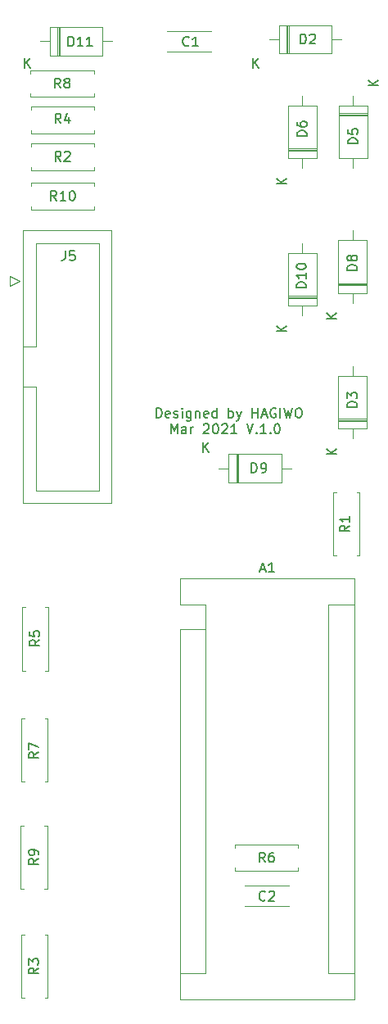
<source format=gbr>
%TF.GenerationSoftware,KiCad,Pcbnew,(5.1.6)-1*%
%TF.CreationDate,2021-03-18T12:54:03+09:00*%
%TF.ProjectId,MultiClockDiv,4d756c74-6943-46c6-9f63-6b4469762e6b,rev?*%
%TF.SameCoordinates,Original*%
%TF.FileFunction,Legend,Top*%
%TF.FilePolarity,Positive*%
%FSLAX46Y46*%
G04 Gerber Fmt 4.6, Leading zero omitted, Abs format (unit mm)*
G04 Created by KiCad (PCBNEW (5.1.6)-1) date 2021-03-18 12:54:03*
%MOMM*%
%LPD*%
G01*
G04 APERTURE LIST*
%ADD10C,0.150000*%
%ADD11C,0.120000*%
G04 APERTURE END LIST*
D10*
X177317812Y-89326400D02*
X177317812Y-88326400D01*
X177555907Y-88326400D01*
X177698764Y-88374020D01*
X177794002Y-88469258D01*
X177841621Y-88564496D01*
X177889240Y-88754972D01*
X177889240Y-88897829D01*
X177841621Y-89088305D01*
X177794002Y-89183543D01*
X177698764Y-89278781D01*
X177555907Y-89326400D01*
X177317812Y-89326400D01*
X178698764Y-89278781D02*
X178603526Y-89326400D01*
X178413050Y-89326400D01*
X178317812Y-89278781D01*
X178270193Y-89183543D01*
X178270193Y-88802591D01*
X178317812Y-88707353D01*
X178413050Y-88659734D01*
X178603526Y-88659734D01*
X178698764Y-88707353D01*
X178746383Y-88802591D01*
X178746383Y-88897829D01*
X178270193Y-88993067D01*
X179127336Y-89278781D02*
X179222574Y-89326400D01*
X179413050Y-89326400D01*
X179508288Y-89278781D01*
X179555907Y-89183543D01*
X179555907Y-89135924D01*
X179508288Y-89040686D01*
X179413050Y-88993067D01*
X179270193Y-88993067D01*
X179174955Y-88945448D01*
X179127336Y-88850210D01*
X179127336Y-88802591D01*
X179174955Y-88707353D01*
X179270193Y-88659734D01*
X179413050Y-88659734D01*
X179508288Y-88707353D01*
X179984479Y-89326400D02*
X179984479Y-88659734D01*
X179984479Y-88326400D02*
X179936860Y-88374020D01*
X179984479Y-88421639D01*
X180032098Y-88374020D01*
X179984479Y-88326400D01*
X179984479Y-88421639D01*
X180889240Y-88659734D02*
X180889240Y-89469258D01*
X180841621Y-89564496D01*
X180794002Y-89612115D01*
X180698764Y-89659734D01*
X180555907Y-89659734D01*
X180460669Y-89612115D01*
X180889240Y-89278781D02*
X180794002Y-89326400D01*
X180603526Y-89326400D01*
X180508288Y-89278781D01*
X180460669Y-89231162D01*
X180413050Y-89135924D01*
X180413050Y-88850210D01*
X180460669Y-88754972D01*
X180508288Y-88707353D01*
X180603526Y-88659734D01*
X180794002Y-88659734D01*
X180889240Y-88707353D01*
X181365431Y-88659734D02*
X181365431Y-89326400D01*
X181365431Y-88754972D02*
X181413050Y-88707353D01*
X181508288Y-88659734D01*
X181651145Y-88659734D01*
X181746383Y-88707353D01*
X181794002Y-88802591D01*
X181794002Y-89326400D01*
X182651145Y-89278781D02*
X182555907Y-89326400D01*
X182365431Y-89326400D01*
X182270193Y-89278781D01*
X182222574Y-89183543D01*
X182222574Y-88802591D01*
X182270193Y-88707353D01*
X182365431Y-88659734D01*
X182555907Y-88659734D01*
X182651145Y-88707353D01*
X182698764Y-88802591D01*
X182698764Y-88897829D01*
X182222574Y-88993067D01*
X183555907Y-89326400D02*
X183555907Y-88326400D01*
X183555907Y-89278781D02*
X183460669Y-89326400D01*
X183270193Y-89326400D01*
X183174955Y-89278781D01*
X183127336Y-89231162D01*
X183079717Y-89135924D01*
X183079717Y-88850210D01*
X183127336Y-88754972D01*
X183174955Y-88707353D01*
X183270193Y-88659734D01*
X183460669Y-88659734D01*
X183555907Y-88707353D01*
X184794002Y-89326400D02*
X184794002Y-88326400D01*
X184794002Y-88707353D02*
X184889240Y-88659734D01*
X185079717Y-88659734D01*
X185174955Y-88707353D01*
X185222574Y-88754972D01*
X185270193Y-88850210D01*
X185270193Y-89135924D01*
X185222574Y-89231162D01*
X185174955Y-89278781D01*
X185079717Y-89326400D01*
X184889240Y-89326400D01*
X184794002Y-89278781D01*
X185603526Y-88659734D02*
X185841621Y-89326400D01*
X186079717Y-88659734D02*
X185841621Y-89326400D01*
X185746383Y-89564496D01*
X185698764Y-89612115D01*
X185603526Y-89659734D01*
X187222574Y-89326400D02*
X187222574Y-88326400D01*
X187222574Y-88802591D02*
X187794002Y-88802591D01*
X187794002Y-89326400D02*
X187794002Y-88326400D01*
X188222574Y-89040686D02*
X188698764Y-89040686D01*
X188127336Y-89326400D02*
X188460669Y-88326400D01*
X188794002Y-89326400D01*
X189651145Y-88374020D02*
X189555907Y-88326400D01*
X189413050Y-88326400D01*
X189270193Y-88374020D01*
X189174955Y-88469258D01*
X189127336Y-88564496D01*
X189079717Y-88754972D01*
X189079717Y-88897829D01*
X189127336Y-89088305D01*
X189174955Y-89183543D01*
X189270193Y-89278781D01*
X189413050Y-89326400D01*
X189508288Y-89326400D01*
X189651145Y-89278781D01*
X189698764Y-89231162D01*
X189698764Y-88897829D01*
X189508288Y-88897829D01*
X190127336Y-89326400D02*
X190127336Y-88326400D01*
X190508288Y-88326400D02*
X190746383Y-89326400D01*
X190936860Y-88612115D01*
X191127336Y-89326400D01*
X191365431Y-88326400D01*
X191936860Y-88326400D02*
X192127336Y-88326400D01*
X192222574Y-88374020D01*
X192317812Y-88469258D01*
X192365431Y-88659734D01*
X192365431Y-88993067D01*
X192317812Y-89183543D01*
X192222574Y-89278781D01*
X192127336Y-89326400D01*
X191936860Y-89326400D01*
X191841621Y-89278781D01*
X191746383Y-89183543D01*
X191698764Y-88993067D01*
X191698764Y-88659734D01*
X191746383Y-88469258D01*
X191841621Y-88374020D01*
X191936860Y-88326400D01*
X178817812Y-90976400D02*
X178817812Y-89976400D01*
X179151145Y-90690686D01*
X179484479Y-89976400D01*
X179484479Y-90976400D01*
X180389240Y-90976400D02*
X180389240Y-90452591D01*
X180341621Y-90357353D01*
X180246383Y-90309734D01*
X180055907Y-90309734D01*
X179960669Y-90357353D01*
X180389240Y-90928781D02*
X180294002Y-90976400D01*
X180055907Y-90976400D01*
X179960669Y-90928781D01*
X179913050Y-90833543D01*
X179913050Y-90738305D01*
X179960669Y-90643067D01*
X180055907Y-90595448D01*
X180294002Y-90595448D01*
X180389240Y-90547829D01*
X180865431Y-90976400D02*
X180865431Y-90309734D01*
X180865431Y-90500210D02*
X180913050Y-90404972D01*
X180960669Y-90357353D01*
X181055907Y-90309734D01*
X181151145Y-90309734D01*
X182198764Y-90071639D02*
X182246383Y-90024020D01*
X182341621Y-89976400D01*
X182579717Y-89976400D01*
X182674955Y-90024020D01*
X182722574Y-90071639D01*
X182770193Y-90166877D01*
X182770193Y-90262115D01*
X182722574Y-90404972D01*
X182151145Y-90976400D01*
X182770193Y-90976400D01*
X183389240Y-89976400D02*
X183484479Y-89976400D01*
X183579717Y-90024020D01*
X183627336Y-90071639D01*
X183674955Y-90166877D01*
X183722574Y-90357353D01*
X183722574Y-90595448D01*
X183674955Y-90785924D01*
X183627336Y-90881162D01*
X183579717Y-90928781D01*
X183484479Y-90976400D01*
X183389240Y-90976400D01*
X183294002Y-90928781D01*
X183246383Y-90881162D01*
X183198764Y-90785924D01*
X183151145Y-90595448D01*
X183151145Y-90357353D01*
X183198764Y-90166877D01*
X183246383Y-90071639D01*
X183294002Y-90024020D01*
X183389240Y-89976400D01*
X184103526Y-90071639D02*
X184151145Y-90024020D01*
X184246383Y-89976400D01*
X184484479Y-89976400D01*
X184579717Y-90024020D01*
X184627336Y-90071639D01*
X184674955Y-90166877D01*
X184674955Y-90262115D01*
X184627336Y-90404972D01*
X184055907Y-90976400D01*
X184674955Y-90976400D01*
X185627336Y-90976400D02*
X185055907Y-90976400D01*
X185341621Y-90976400D02*
X185341621Y-89976400D01*
X185246383Y-90119258D01*
X185151145Y-90214496D01*
X185055907Y-90262115D01*
X186674955Y-89976400D02*
X187008288Y-90976400D01*
X187341621Y-89976400D01*
X187674955Y-90881162D02*
X187722574Y-90928781D01*
X187674955Y-90976400D01*
X187627336Y-90928781D01*
X187674955Y-90881162D01*
X187674955Y-90976400D01*
X188674955Y-90976400D02*
X188103526Y-90976400D01*
X188389240Y-90976400D02*
X188389240Y-89976400D01*
X188294002Y-90119258D01*
X188198764Y-90214496D01*
X188103526Y-90262115D01*
X189103526Y-90881162D02*
X189151145Y-90928781D01*
X189103526Y-90976400D01*
X189055907Y-90928781D01*
X189103526Y-90881162D01*
X189103526Y-90976400D01*
X189770193Y-89976400D02*
X189865431Y-89976400D01*
X189960669Y-90024020D01*
X190008288Y-90071639D01*
X190055907Y-90166877D01*
X190103526Y-90357353D01*
X190103526Y-90595448D01*
X190055907Y-90785924D01*
X190008288Y-90881162D01*
X189960669Y-90928781D01*
X189865431Y-90976400D01*
X189770193Y-90976400D01*
X189674955Y-90928781D01*
X189627336Y-90881162D01*
X189579717Y-90785924D01*
X189532098Y-90595448D01*
X189532098Y-90357353D01*
X189579717Y-90166877D01*
X189627336Y-90071639D01*
X189674955Y-90024020D01*
X189770193Y-89976400D01*
D11*
%TO.C,D3*%
X196142000Y-89697000D02*
X199082000Y-89697000D01*
X196142000Y-89457000D02*
X199082000Y-89457000D01*
X196142000Y-89577000D02*
X199082000Y-89577000D01*
X197612000Y-84017000D02*
X197612000Y-85037000D01*
X197612000Y-91497000D02*
X197612000Y-90477000D01*
X196142000Y-85037000D02*
X196142000Y-90477000D01*
X199082000Y-85037000D02*
X196142000Y-85037000D01*
X199082000Y-90477000D02*
X199082000Y-85037000D01*
X196142000Y-90477000D02*
X199082000Y-90477000D01*
%TO.C,A1*%
X197806000Y-105978000D02*
X179766000Y-105978000D01*
X197806000Y-149418000D02*
X197806000Y-105978000D01*
X179766000Y-149418000D02*
X197806000Y-149418000D01*
X182436000Y-146748000D02*
X179766000Y-146748000D01*
X182436000Y-111188000D02*
X182436000Y-146748000D01*
X182436000Y-111188000D02*
X179766000Y-111188000D01*
X195136000Y-146748000D02*
X197806000Y-146748000D01*
X195136000Y-108648000D02*
X195136000Y-146748000D01*
X195136000Y-108648000D02*
X197806000Y-108648000D01*
X179766000Y-105978000D02*
X179766000Y-108648000D01*
X179766000Y-111188000D02*
X179766000Y-149418000D01*
X182436000Y-108648000D02*
X179766000Y-108648000D01*
X182436000Y-111188000D02*
X182436000Y-108648000D01*
%TO.C,D5*%
X199146000Y-57877000D02*
X196206000Y-57877000D01*
X199146000Y-58117000D02*
X196206000Y-58117000D01*
X199146000Y-57997000D02*
X196206000Y-57997000D01*
X197676000Y-63557000D02*
X197676000Y-62537000D01*
X197676000Y-56077000D02*
X197676000Y-57097000D01*
X199146000Y-62537000D02*
X199146000Y-57097000D01*
X196206000Y-62537000D02*
X199146000Y-62537000D01*
X196206000Y-57097000D02*
X196206000Y-62537000D01*
X199146000Y-57097000D02*
X196206000Y-57097000D01*
%TO.C,D2*%
X190782000Y-48758500D02*
X190782000Y-51698500D01*
X191022000Y-48758500D02*
X191022000Y-51698500D01*
X190902000Y-48758500D02*
X190902000Y-51698500D01*
X196462000Y-50228500D02*
X195442000Y-50228500D01*
X188982000Y-50228500D02*
X190002000Y-50228500D01*
X195442000Y-48758500D02*
X190002000Y-48758500D01*
X195442000Y-51698500D02*
X195442000Y-48758500D01*
X190002000Y-51698500D02*
X195442000Y-51698500D01*
X190002000Y-48758500D02*
X190002000Y-51698500D01*
%TO.C,R10*%
X170900000Y-67820000D02*
X170900000Y-67490000D01*
X164360000Y-67820000D02*
X170900000Y-67820000D01*
X164360000Y-67490000D02*
X164360000Y-67820000D01*
X170900000Y-65080000D02*
X170900000Y-65410000D01*
X164360000Y-65080000D02*
X170900000Y-65080000D01*
X164360000Y-65410000D02*
X164360000Y-65080000D01*
%TO.C,R9*%
X163286000Y-138017000D02*
X163616000Y-138017000D01*
X163286000Y-131477000D02*
X163286000Y-138017000D01*
X163616000Y-131477000D02*
X163286000Y-131477000D01*
X166026000Y-138017000D02*
X165696000Y-138017000D01*
X166026000Y-131477000D02*
X166026000Y-138017000D01*
X165696000Y-131477000D02*
X166026000Y-131477000D01*
%TO.C,R8*%
X164306000Y-53430500D02*
X164306000Y-53760500D01*
X170846000Y-53430500D02*
X164306000Y-53430500D01*
X170846000Y-53760500D02*
X170846000Y-53430500D01*
X164306000Y-56170500D02*
X164306000Y-55840500D01*
X170846000Y-56170500D02*
X164306000Y-56170500D01*
X170846000Y-55840500D02*
X170846000Y-56170500D01*
%TO.C,R7*%
X166089000Y-120428000D02*
X165759000Y-120428000D01*
X166089000Y-126968000D02*
X166089000Y-120428000D01*
X165759000Y-126968000D02*
X166089000Y-126968000D01*
X163349000Y-120428000D02*
X163679000Y-120428000D01*
X163349000Y-126968000D02*
X163349000Y-120428000D01*
X163679000Y-126968000D02*
X163349000Y-126968000D01*
%TO.C,R6*%
X191992000Y-136180000D02*
X191992000Y-135850000D01*
X185452000Y-136180000D02*
X191992000Y-136180000D01*
X185452000Y-135850000D02*
X185452000Y-136180000D01*
X191992000Y-133440000D02*
X191992000Y-133770000D01*
X185452000Y-133440000D02*
X191992000Y-133440000D01*
X185452000Y-133770000D02*
X185452000Y-133440000D01*
%TO.C,R5*%
X163412000Y-115474000D02*
X163742000Y-115474000D01*
X163412000Y-108934000D02*
X163412000Y-115474000D01*
X163742000Y-108934000D02*
X163412000Y-108934000D01*
X166152000Y-115474000D02*
X165822000Y-115474000D01*
X166152000Y-108934000D02*
X166152000Y-115474000D01*
X165822000Y-108934000D02*
X166152000Y-108934000D01*
%TO.C,R4*%
X164330000Y-57210000D02*
X164330000Y-57540000D01*
X170870000Y-57210000D02*
X164330000Y-57210000D01*
X170870000Y-57540000D02*
X170870000Y-57210000D01*
X164330000Y-59950000D02*
X164330000Y-59620000D01*
X170870000Y-59950000D02*
X164330000Y-59950000D01*
X170870000Y-59620000D02*
X170870000Y-59950000D01*
%TO.C,R3*%
X163349000Y-149320000D02*
X163679000Y-149320000D01*
X163349000Y-142780000D02*
X163349000Y-149320000D01*
X163679000Y-142780000D02*
X163349000Y-142780000D01*
X166089000Y-149320000D02*
X165759000Y-149320000D01*
X166089000Y-142780000D02*
X166089000Y-149320000D01*
X165759000Y-142780000D02*
X166089000Y-142780000D01*
%TO.C,R2*%
X170870000Y-63740000D02*
X170870000Y-63410000D01*
X164330000Y-63740000D02*
X170870000Y-63740000D01*
X164330000Y-63410000D02*
X164330000Y-63740000D01*
X170870000Y-61000000D02*
X170870000Y-61330000D01*
X164330000Y-61000000D02*
X170870000Y-61000000D01*
X164330000Y-61330000D02*
X164330000Y-61000000D01*
%TO.C,R1*%
X198347000Y-97060000D02*
X198017000Y-97060000D01*
X198347000Y-103600000D02*
X198347000Y-97060000D01*
X198017000Y-103600000D02*
X198347000Y-103600000D01*
X195607000Y-97060000D02*
X195937000Y-97060000D01*
X195607000Y-103600000D02*
X195607000Y-97060000D01*
X195937000Y-103600000D02*
X195607000Y-103600000D01*
%TO.C,J5*%
X162160000Y-75680000D02*
X163160000Y-75180000D01*
X162160000Y-74680000D02*
X162160000Y-75680000D01*
X163160000Y-75180000D02*
X162160000Y-74680000D01*
X164860000Y-86120000D02*
X163550000Y-86120000D01*
X164860000Y-86120000D02*
X164860000Y-86120000D01*
X164860000Y-96870000D02*
X164860000Y-86120000D01*
X171360000Y-96870000D02*
X164860000Y-96870000D01*
X171360000Y-71270000D02*
X171360000Y-96870000D01*
X164860000Y-71270000D02*
X171360000Y-71270000D01*
X164860000Y-82020000D02*
X164860000Y-71270000D01*
X163550000Y-82020000D02*
X164860000Y-82020000D01*
X163550000Y-98170000D02*
X163550000Y-69970000D01*
X172670000Y-98170000D02*
X163550000Y-98170000D01*
X172670000Y-69970000D02*
X172670000Y-98170000D01*
X163550000Y-69970000D02*
X172670000Y-69970000D01*
%TO.C,D11*%
X167097000Y-48949000D02*
X167097000Y-51889000D01*
X167337000Y-48949000D02*
X167337000Y-51889000D01*
X167217000Y-48949000D02*
X167217000Y-51889000D01*
X172777000Y-50419000D02*
X171757000Y-50419000D01*
X165297000Y-50419000D02*
X166317000Y-50419000D01*
X171757000Y-48949000D02*
X166317000Y-48949000D01*
X171757000Y-51889000D02*
X171757000Y-48949000D01*
X166317000Y-51889000D02*
X171757000Y-51889000D01*
X166317000Y-48949000D02*
X166317000Y-51889000D01*
%TO.C,D10*%
X190935000Y-76997000D02*
X193875000Y-76997000D01*
X190935000Y-76757000D02*
X193875000Y-76757000D01*
X190935000Y-76877000D02*
X193875000Y-76877000D01*
X192405000Y-71317000D02*
X192405000Y-72337000D01*
X192405000Y-78797000D02*
X192405000Y-77777000D01*
X190935000Y-72337000D02*
X190935000Y-77777000D01*
X193875000Y-72337000D02*
X190935000Y-72337000D01*
X193875000Y-77777000D02*
X193875000Y-72337000D01*
X190935000Y-77777000D02*
X193875000Y-77777000D01*
%TO.C,D9*%
X185580000Y-93090000D02*
X185580000Y-96030000D01*
X185820000Y-93090000D02*
X185820000Y-96030000D01*
X185700000Y-93090000D02*
X185700000Y-96030000D01*
X191260000Y-94560000D02*
X190240000Y-94560000D01*
X183780000Y-94560000D02*
X184800000Y-94560000D01*
X190240000Y-93090000D02*
X184800000Y-93090000D01*
X190240000Y-96030000D02*
X190240000Y-93090000D01*
X184800000Y-96030000D02*
X190240000Y-96030000D01*
X184800000Y-93090000D02*
X184800000Y-96030000D01*
%TO.C,D8*%
X196142000Y-75663500D02*
X199082000Y-75663500D01*
X196142000Y-75423500D02*
X199082000Y-75423500D01*
X196142000Y-75543500D02*
X199082000Y-75543500D01*
X197612000Y-69983500D02*
X197612000Y-71003500D01*
X197612000Y-77463500D02*
X197612000Y-76443500D01*
X196142000Y-71003500D02*
X196142000Y-76443500D01*
X199082000Y-71003500D02*
X196142000Y-71003500D01*
X199082000Y-76443500D02*
X199082000Y-71003500D01*
X196142000Y-76443500D02*
X199082000Y-76443500D01*
%TO.C,D6*%
X190935000Y-61757000D02*
X193875000Y-61757000D01*
X190935000Y-61517000D02*
X193875000Y-61517000D01*
X190935000Y-61637000D02*
X193875000Y-61637000D01*
X192405000Y-56077000D02*
X192405000Y-57097000D01*
X192405000Y-63557000D02*
X192405000Y-62537000D01*
X190935000Y-57097000D02*
X190935000Y-62537000D01*
X193875000Y-57097000D02*
X190935000Y-57097000D01*
X193875000Y-62537000D02*
X193875000Y-57097000D01*
X190935000Y-62537000D02*
X193875000Y-62537000D01*
%TO.C,C2*%
X191016000Y-139803000D02*
X191016000Y-139818000D01*
X191016000Y-137678000D02*
X191016000Y-137693000D01*
X186476000Y-139803000D02*
X186476000Y-139818000D01*
X186476000Y-137678000D02*
X186476000Y-137693000D01*
X186476000Y-139818000D02*
X191016000Y-139818000D01*
X186476000Y-137678000D02*
X191016000Y-137678000D01*
%TO.C,C1*%
X178428000Y-49364000D02*
X178428000Y-49349000D01*
X178428000Y-51489000D02*
X178428000Y-51474000D01*
X182968000Y-49364000D02*
X182968000Y-49349000D01*
X182968000Y-51489000D02*
X182968000Y-51474000D01*
X182968000Y-49349000D02*
X178428000Y-49349000D01*
X182968000Y-51489000D02*
X178428000Y-51489000D01*
%TO.C,D3*%
D10*
X198064380Y-88241095D02*
X197064380Y-88241095D01*
X197064380Y-88003000D01*
X197112000Y-87860142D01*
X197207238Y-87764904D01*
X197302476Y-87717285D01*
X197492952Y-87669666D01*
X197635809Y-87669666D01*
X197826285Y-87717285D01*
X197921523Y-87764904D01*
X198016761Y-87860142D01*
X198064380Y-88003000D01*
X198064380Y-88241095D01*
X197064380Y-87336333D02*
X197064380Y-86717285D01*
X197445333Y-87050619D01*
X197445333Y-86907761D01*
X197492952Y-86812523D01*
X197540571Y-86764904D01*
X197635809Y-86717285D01*
X197873904Y-86717285D01*
X197969142Y-86764904D01*
X198016761Y-86812523D01*
X198064380Y-86907761D01*
X198064380Y-87193476D01*
X198016761Y-87288714D01*
X197969142Y-87336333D01*
X195964380Y-93098904D02*
X194964380Y-93098904D01*
X195964380Y-92527476D02*
X195392952Y-92956047D01*
X194964380Y-92527476D02*
X195535809Y-93098904D01*
%TO.C,A1*%
X188071714Y-105004666D02*
X188547904Y-105004666D01*
X187976476Y-105290380D02*
X188309809Y-104290380D01*
X188643142Y-105290380D01*
X189500285Y-105290380D02*
X188928857Y-105290380D01*
X189214571Y-105290380D02*
X189214571Y-104290380D01*
X189119333Y-104433238D01*
X189024095Y-104528476D01*
X188928857Y-104576095D01*
%TO.C,D5*%
X198128380Y-60999595D02*
X197128380Y-60999595D01*
X197128380Y-60761500D01*
X197176000Y-60618642D01*
X197271238Y-60523404D01*
X197366476Y-60475785D01*
X197556952Y-60428166D01*
X197699809Y-60428166D01*
X197890285Y-60475785D01*
X197985523Y-60523404D01*
X198080761Y-60618642D01*
X198128380Y-60761500D01*
X198128380Y-60999595D01*
X197128380Y-59523404D02*
X197128380Y-59999595D01*
X197604571Y-60047214D01*
X197556952Y-59999595D01*
X197509333Y-59904357D01*
X197509333Y-59666261D01*
X197556952Y-59571023D01*
X197604571Y-59523404D01*
X197699809Y-59475785D01*
X197937904Y-59475785D01*
X198033142Y-59523404D01*
X198080761Y-59571023D01*
X198128380Y-59666261D01*
X198128380Y-59904357D01*
X198080761Y-59999595D01*
X198033142Y-60047214D01*
X200228380Y-54998904D02*
X199228380Y-54998904D01*
X200228380Y-54427476D02*
X199656952Y-54856047D01*
X199228380Y-54427476D02*
X199799809Y-54998904D01*
%TO.C,D2*%
X192237904Y-50680880D02*
X192237904Y-49680880D01*
X192476000Y-49680880D01*
X192618857Y-49728500D01*
X192714095Y-49823738D01*
X192761714Y-49918976D01*
X192809333Y-50109452D01*
X192809333Y-50252309D01*
X192761714Y-50442785D01*
X192714095Y-50538023D01*
X192618857Y-50633261D01*
X192476000Y-50680880D01*
X192237904Y-50680880D01*
X193190285Y-49776119D02*
X193237904Y-49728500D01*
X193333142Y-49680880D01*
X193571238Y-49680880D01*
X193666476Y-49728500D01*
X193714095Y-49776119D01*
X193761714Y-49871357D01*
X193761714Y-49966595D01*
X193714095Y-50109452D01*
X193142666Y-50680880D01*
X193761714Y-50680880D01*
X187317095Y-53157380D02*
X187317095Y-52157380D01*
X187888523Y-53157380D02*
X187459952Y-52585952D01*
X187888523Y-52157380D02*
X187317095Y-52728809D01*
%TO.C,R10*%
X166987142Y-66902380D02*
X166653809Y-66426190D01*
X166415714Y-66902380D02*
X166415714Y-65902380D01*
X166796666Y-65902380D01*
X166891904Y-65950000D01*
X166939523Y-65997619D01*
X166987142Y-66092857D01*
X166987142Y-66235714D01*
X166939523Y-66330952D01*
X166891904Y-66378571D01*
X166796666Y-66426190D01*
X166415714Y-66426190D01*
X167939523Y-66902380D02*
X167368095Y-66902380D01*
X167653809Y-66902380D02*
X167653809Y-65902380D01*
X167558571Y-66045238D01*
X167463333Y-66140476D01*
X167368095Y-66188095D01*
X168558571Y-65902380D02*
X168653809Y-65902380D01*
X168749047Y-65950000D01*
X168796666Y-65997619D01*
X168844285Y-66092857D01*
X168891904Y-66283333D01*
X168891904Y-66521428D01*
X168844285Y-66711904D01*
X168796666Y-66807142D01*
X168749047Y-66854761D01*
X168653809Y-66902380D01*
X168558571Y-66902380D01*
X168463333Y-66854761D01*
X168415714Y-66807142D01*
X168368095Y-66711904D01*
X168320476Y-66521428D01*
X168320476Y-66283333D01*
X168368095Y-66092857D01*
X168415714Y-65997619D01*
X168463333Y-65950000D01*
X168558571Y-65902380D01*
%TO.C,R9*%
X165108380Y-134913666D02*
X164632190Y-135247000D01*
X165108380Y-135485095D02*
X164108380Y-135485095D01*
X164108380Y-135104142D01*
X164156000Y-135008904D01*
X164203619Y-134961285D01*
X164298857Y-134913666D01*
X164441714Y-134913666D01*
X164536952Y-134961285D01*
X164584571Y-135008904D01*
X164632190Y-135104142D01*
X164632190Y-135485095D01*
X165108380Y-134437476D02*
X165108380Y-134247000D01*
X165060761Y-134151761D01*
X165013142Y-134104142D01*
X164870285Y-134008904D01*
X164679809Y-133961285D01*
X164298857Y-133961285D01*
X164203619Y-134008904D01*
X164156000Y-134056523D01*
X164108380Y-134151761D01*
X164108380Y-134342238D01*
X164156000Y-134437476D01*
X164203619Y-134485095D01*
X164298857Y-134532714D01*
X164536952Y-134532714D01*
X164632190Y-134485095D01*
X164679809Y-134437476D01*
X164727428Y-134342238D01*
X164727428Y-134151761D01*
X164679809Y-134056523D01*
X164632190Y-134008904D01*
X164536952Y-133961285D01*
%TO.C,R8*%
X167409333Y-55252880D02*
X167076000Y-54776690D01*
X166837904Y-55252880D02*
X166837904Y-54252880D01*
X167218857Y-54252880D01*
X167314095Y-54300500D01*
X167361714Y-54348119D01*
X167409333Y-54443357D01*
X167409333Y-54586214D01*
X167361714Y-54681452D01*
X167314095Y-54729071D01*
X167218857Y-54776690D01*
X166837904Y-54776690D01*
X167980761Y-54681452D02*
X167885523Y-54633833D01*
X167837904Y-54586214D01*
X167790285Y-54490976D01*
X167790285Y-54443357D01*
X167837904Y-54348119D01*
X167885523Y-54300500D01*
X167980761Y-54252880D01*
X168171238Y-54252880D01*
X168266476Y-54300500D01*
X168314095Y-54348119D01*
X168361714Y-54443357D01*
X168361714Y-54490976D01*
X168314095Y-54586214D01*
X168266476Y-54633833D01*
X168171238Y-54681452D01*
X167980761Y-54681452D01*
X167885523Y-54729071D01*
X167837904Y-54776690D01*
X167790285Y-54871928D01*
X167790285Y-55062404D01*
X167837904Y-55157642D01*
X167885523Y-55205261D01*
X167980761Y-55252880D01*
X168171238Y-55252880D01*
X168266476Y-55205261D01*
X168314095Y-55157642D01*
X168361714Y-55062404D01*
X168361714Y-54871928D01*
X168314095Y-54776690D01*
X168266476Y-54729071D01*
X168171238Y-54681452D01*
%TO.C,R7*%
X165107880Y-123928166D02*
X164631690Y-124261500D01*
X165107880Y-124499595D02*
X164107880Y-124499595D01*
X164107880Y-124118642D01*
X164155500Y-124023404D01*
X164203119Y-123975785D01*
X164298357Y-123928166D01*
X164441214Y-123928166D01*
X164536452Y-123975785D01*
X164584071Y-124023404D01*
X164631690Y-124118642D01*
X164631690Y-124499595D01*
X164107880Y-123594833D02*
X164107880Y-122928166D01*
X165107880Y-123356738D01*
%TO.C,R6*%
X188555333Y-135262880D02*
X188222000Y-134786690D01*
X187983904Y-135262880D02*
X187983904Y-134262880D01*
X188364857Y-134262880D01*
X188460095Y-134310500D01*
X188507714Y-134358119D01*
X188555333Y-134453357D01*
X188555333Y-134596214D01*
X188507714Y-134691452D01*
X188460095Y-134739071D01*
X188364857Y-134786690D01*
X187983904Y-134786690D01*
X189412476Y-134262880D02*
X189222000Y-134262880D01*
X189126761Y-134310500D01*
X189079142Y-134358119D01*
X188983904Y-134500976D01*
X188936285Y-134691452D01*
X188936285Y-135072404D01*
X188983904Y-135167642D01*
X189031523Y-135215261D01*
X189126761Y-135262880D01*
X189317238Y-135262880D01*
X189412476Y-135215261D01*
X189460095Y-135167642D01*
X189507714Y-135072404D01*
X189507714Y-134834309D01*
X189460095Y-134739071D01*
X189412476Y-134691452D01*
X189317238Y-134643833D01*
X189126761Y-134643833D01*
X189031523Y-134691452D01*
X188983904Y-134739071D01*
X188936285Y-134834309D01*
%TO.C,R5*%
X165234380Y-112307166D02*
X164758190Y-112640500D01*
X165234380Y-112878595D02*
X164234380Y-112878595D01*
X164234380Y-112497642D01*
X164282000Y-112402404D01*
X164329619Y-112354785D01*
X164424857Y-112307166D01*
X164567714Y-112307166D01*
X164662952Y-112354785D01*
X164710571Y-112402404D01*
X164758190Y-112497642D01*
X164758190Y-112878595D01*
X164234380Y-111402404D02*
X164234380Y-111878595D01*
X164710571Y-111926214D01*
X164662952Y-111878595D01*
X164615333Y-111783357D01*
X164615333Y-111545261D01*
X164662952Y-111450023D01*
X164710571Y-111402404D01*
X164805809Y-111354785D01*
X165043904Y-111354785D01*
X165139142Y-111402404D01*
X165186761Y-111450023D01*
X165234380Y-111545261D01*
X165234380Y-111783357D01*
X165186761Y-111878595D01*
X165139142Y-111926214D01*
%TO.C,R4*%
X167433333Y-58905380D02*
X167100000Y-58429190D01*
X166861904Y-58905380D02*
X166861904Y-57905380D01*
X167242857Y-57905380D01*
X167338095Y-57953000D01*
X167385714Y-58000619D01*
X167433333Y-58095857D01*
X167433333Y-58238714D01*
X167385714Y-58333952D01*
X167338095Y-58381571D01*
X167242857Y-58429190D01*
X166861904Y-58429190D01*
X168290476Y-58238714D02*
X168290476Y-58905380D01*
X168052380Y-57857761D02*
X167814285Y-58572047D01*
X168433333Y-58572047D01*
%TO.C,R3*%
X165107880Y-146216666D02*
X164631690Y-146550000D01*
X165107880Y-146788095D02*
X164107880Y-146788095D01*
X164107880Y-146407142D01*
X164155500Y-146311904D01*
X164203119Y-146264285D01*
X164298357Y-146216666D01*
X164441214Y-146216666D01*
X164536452Y-146264285D01*
X164584071Y-146311904D01*
X164631690Y-146407142D01*
X164631690Y-146788095D01*
X164107880Y-145883333D02*
X164107880Y-145264285D01*
X164488833Y-145597619D01*
X164488833Y-145454761D01*
X164536452Y-145359523D01*
X164584071Y-145311904D01*
X164679309Y-145264285D01*
X164917404Y-145264285D01*
X165012642Y-145311904D01*
X165060261Y-145359523D01*
X165107880Y-145454761D01*
X165107880Y-145740476D01*
X165060261Y-145835714D01*
X165012642Y-145883333D01*
%TO.C,R2*%
X167433333Y-62822380D02*
X167100000Y-62346190D01*
X166861904Y-62822380D02*
X166861904Y-61822380D01*
X167242857Y-61822380D01*
X167338095Y-61870000D01*
X167385714Y-61917619D01*
X167433333Y-62012857D01*
X167433333Y-62155714D01*
X167385714Y-62250952D01*
X167338095Y-62298571D01*
X167242857Y-62346190D01*
X166861904Y-62346190D01*
X167814285Y-61917619D02*
X167861904Y-61870000D01*
X167957142Y-61822380D01*
X168195238Y-61822380D01*
X168290476Y-61870000D01*
X168338095Y-61917619D01*
X168385714Y-62012857D01*
X168385714Y-62108095D01*
X168338095Y-62250952D01*
X167766666Y-62822380D01*
X168385714Y-62822380D01*
%TO.C,R1*%
X197302380Y-100496666D02*
X196826190Y-100830000D01*
X197302380Y-101068095D02*
X196302380Y-101068095D01*
X196302380Y-100687142D01*
X196350000Y-100591904D01*
X196397619Y-100544285D01*
X196492857Y-100496666D01*
X196635714Y-100496666D01*
X196730952Y-100544285D01*
X196778571Y-100591904D01*
X196826190Y-100687142D01*
X196826190Y-101068095D01*
X197302380Y-99544285D02*
X197302380Y-100115714D01*
X197302380Y-99830000D02*
X196302380Y-99830000D01*
X196445238Y-99925238D01*
X196540476Y-100020476D01*
X196588095Y-100115714D01*
%TO.C,J5*%
X167903666Y-72092380D02*
X167903666Y-72806666D01*
X167856047Y-72949523D01*
X167760809Y-73044761D01*
X167617952Y-73092380D01*
X167522714Y-73092380D01*
X168856047Y-72092380D02*
X168379857Y-72092380D01*
X168332238Y-72568571D01*
X168379857Y-72520952D01*
X168475095Y-72473333D01*
X168713190Y-72473333D01*
X168808428Y-72520952D01*
X168856047Y-72568571D01*
X168903666Y-72663809D01*
X168903666Y-72901904D01*
X168856047Y-72997142D01*
X168808428Y-73044761D01*
X168713190Y-73092380D01*
X168475095Y-73092380D01*
X168379857Y-73044761D01*
X168332238Y-72997142D01*
%TO.C,D11*%
X168203714Y-50934880D02*
X168203714Y-49934880D01*
X168441809Y-49934880D01*
X168584666Y-49982500D01*
X168679904Y-50077738D01*
X168727523Y-50172976D01*
X168775142Y-50363452D01*
X168775142Y-50506309D01*
X168727523Y-50696785D01*
X168679904Y-50792023D01*
X168584666Y-50887261D01*
X168441809Y-50934880D01*
X168203714Y-50934880D01*
X169727523Y-50934880D02*
X169156095Y-50934880D01*
X169441809Y-50934880D02*
X169441809Y-49934880D01*
X169346571Y-50077738D01*
X169251333Y-50172976D01*
X169156095Y-50220595D01*
X170679904Y-50934880D02*
X170108476Y-50934880D01*
X170394190Y-50934880D02*
X170394190Y-49934880D01*
X170298952Y-50077738D01*
X170203714Y-50172976D01*
X170108476Y-50220595D01*
X163695095Y-53157380D02*
X163695095Y-52157380D01*
X164266523Y-53157380D02*
X163837952Y-52585952D01*
X164266523Y-52157380D02*
X163695095Y-52728809D01*
%TO.C,D10*%
X192793880Y-75890285D02*
X191793880Y-75890285D01*
X191793880Y-75652190D01*
X191841500Y-75509333D01*
X191936738Y-75414095D01*
X192031976Y-75366476D01*
X192222452Y-75318857D01*
X192365309Y-75318857D01*
X192555785Y-75366476D01*
X192651023Y-75414095D01*
X192746261Y-75509333D01*
X192793880Y-75652190D01*
X192793880Y-75890285D01*
X192793880Y-74366476D02*
X192793880Y-74937904D01*
X192793880Y-74652190D02*
X191793880Y-74652190D01*
X191936738Y-74747428D01*
X192031976Y-74842666D01*
X192079595Y-74937904D01*
X191793880Y-73747428D02*
X191793880Y-73652190D01*
X191841500Y-73556952D01*
X191889119Y-73509333D01*
X191984357Y-73461714D01*
X192174833Y-73414095D01*
X192412928Y-73414095D01*
X192603404Y-73461714D01*
X192698642Y-73509333D01*
X192746261Y-73556952D01*
X192793880Y-73652190D01*
X192793880Y-73747428D01*
X192746261Y-73842666D01*
X192698642Y-73890285D01*
X192603404Y-73937904D01*
X192412928Y-73985523D01*
X192174833Y-73985523D01*
X191984357Y-73937904D01*
X191889119Y-73890285D01*
X191841500Y-73842666D01*
X191793880Y-73747428D01*
X190757380Y-80398904D02*
X189757380Y-80398904D01*
X190757380Y-79827476D02*
X190185952Y-80256047D01*
X189757380Y-79827476D02*
X190328809Y-80398904D01*
%TO.C,D9*%
X187162904Y-95012380D02*
X187162904Y-94012380D01*
X187401000Y-94012380D01*
X187543857Y-94060000D01*
X187639095Y-94155238D01*
X187686714Y-94250476D01*
X187734333Y-94440952D01*
X187734333Y-94583809D01*
X187686714Y-94774285D01*
X187639095Y-94869523D01*
X187543857Y-94964761D01*
X187401000Y-95012380D01*
X187162904Y-95012380D01*
X188210523Y-95012380D02*
X188401000Y-95012380D01*
X188496238Y-94964761D01*
X188543857Y-94917142D01*
X188639095Y-94774285D01*
X188686714Y-94583809D01*
X188686714Y-94202857D01*
X188639095Y-94107619D01*
X188591476Y-94060000D01*
X188496238Y-94012380D01*
X188305761Y-94012380D01*
X188210523Y-94060000D01*
X188162904Y-94107619D01*
X188115285Y-94202857D01*
X188115285Y-94440952D01*
X188162904Y-94536190D01*
X188210523Y-94583809D01*
X188305761Y-94631428D01*
X188496238Y-94631428D01*
X188591476Y-94583809D01*
X188639095Y-94536190D01*
X188686714Y-94440952D01*
X182178095Y-92912380D02*
X182178095Y-91912380D01*
X182749523Y-92912380D02*
X182320952Y-92340952D01*
X182749523Y-91912380D02*
X182178095Y-92483809D01*
%TO.C,D8*%
X198064380Y-74080595D02*
X197064380Y-74080595D01*
X197064380Y-73842500D01*
X197112000Y-73699642D01*
X197207238Y-73604404D01*
X197302476Y-73556785D01*
X197492952Y-73509166D01*
X197635809Y-73509166D01*
X197826285Y-73556785D01*
X197921523Y-73604404D01*
X198016761Y-73699642D01*
X198064380Y-73842500D01*
X198064380Y-74080595D01*
X197492952Y-72937738D02*
X197445333Y-73032976D01*
X197397714Y-73080595D01*
X197302476Y-73128214D01*
X197254857Y-73128214D01*
X197159619Y-73080595D01*
X197112000Y-73032976D01*
X197064380Y-72937738D01*
X197064380Y-72747261D01*
X197112000Y-72652023D01*
X197159619Y-72604404D01*
X197254857Y-72556785D01*
X197302476Y-72556785D01*
X197397714Y-72604404D01*
X197445333Y-72652023D01*
X197492952Y-72747261D01*
X197492952Y-72937738D01*
X197540571Y-73032976D01*
X197588190Y-73080595D01*
X197683428Y-73128214D01*
X197873904Y-73128214D01*
X197969142Y-73080595D01*
X198016761Y-73032976D01*
X198064380Y-72937738D01*
X198064380Y-72747261D01*
X198016761Y-72652023D01*
X197969142Y-72604404D01*
X197873904Y-72556785D01*
X197683428Y-72556785D01*
X197588190Y-72604404D01*
X197540571Y-72652023D01*
X197492952Y-72747261D01*
X195964380Y-79065404D02*
X194964380Y-79065404D01*
X195964380Y-78493976D02*
X195392952Y-78922547D01*
X194964380Y-78493976D02*
X195535809Y-79065404D01*
%TO.C,D6*%
X192857380Y-60237595D02*
X191857380Y-60237595D01*
X191857380Y-59999500D01*
X191905000Y-59856642D01*
X192000238Y-59761404D01*
X192095476Y-59713785D01*
X192285952Y-59666166D01*
X192428809Y-59666166D01*
X192619285Y-59713785D01*
X192714523Y-59761404D01*
X192809761Y-59856642D01*
X192857380Y-59999500D01*
X192857380Y-60237595D01*
X191857380Y-58809023D02*
X191857380Y-58999500D01*
X191905000Y-59094738D01*
X191952619Y-59142357D01*
X192095476Y-59237595D01*
X192285952Y-59285214D01*
X192666904Y-59285214D01*
X192762142Y-59237595D01*
X192809761Y-59189976D01*
X192857380Y-59094738D01*
X192857380Y-58904261D01*
X192809761Y-58809023D01*
X192762142Y-58761404D01*
X192666904Y-58713785D01*
X192428809Y-58713785D01*
X192333571Y-58761404D01*
X192285952Y-58809023D01*
X192238333Y-58904261D01*
X192238333Y-59094738D01*
X192285952Y-59189976D01*
X192333571Y-59237595D01*
X192428809Y-59285214D01*
X190757380Y-65158904D02*
X189757380Y-65158904D01*
X190757380Y-64587476D02*
X190185952Y-65016047D01*
X189757380Y-64587476D02*
X190328809Y-65158904D01*
%TO.C,C2*%
X188579333Y-139168142D02*
X188531714Y-139215761D01*
X188388857Y-139263380D01*
X188293619Y-139263380D01*
X188150761Y-139215761D01*
X188055523Y-139120523D01*
X188007904Y-139025285D01*
X187960285Y-138834809D01*
X187960285Y-138691952D01*
X188007904Y-138501476D01*
X188055523Y-138406238D01*
X188150761Y-138311000D01*
X188293619Y-138263380D01*
X188388857Y-138263380D01*
X188531714Y-138311000D01*
X188579333Y-138358619D01*
X188960285Y-138358619D02*
X189007904Y-138311000D01*
X189103142Y-138263380D01*
X189341238Y-138263380D01*
X189436476Y-138311000D01*
X189484095Y-138358619D01*
X189531714Y-138453857D01*
X189531714Y-138549095D01*
X189484095Y-138691952D01*
X188912666Y-139263380D01*
X189531714Y-139263380D01*
%TO.C,C1*%
X180681833Y-50839642D02*
X180634214Y-50887261D01*
X180491357Y-50934880D01*
X180396119Y-50934880D01*
X180253261Y-50887261D01*
X180158023Y-50792023D01*
X180110404Y-50696785D01*
X180062785Y-50506309D01*
X180062785Y-50363452D01*
X180110404Y-50172976D01*
X180158023Y-50077738D01*
X180253261Y-49982500D01*
X180396119Y-49934880D01*
X180491357Y-49934880D01*
X180634214Y-49982500D01*
X180681833Y-50030119D01*
X181634214Y-50934880D02*
X181062785Y-50934880D01*
X181348500Y-50934880D02*
X181348500Y-49934880D01*
X181253261Y-50077738D01*
X181158023Y-50172976D01*
X181062785Y-50220595D01*
%TD*%
M02*

</source>
